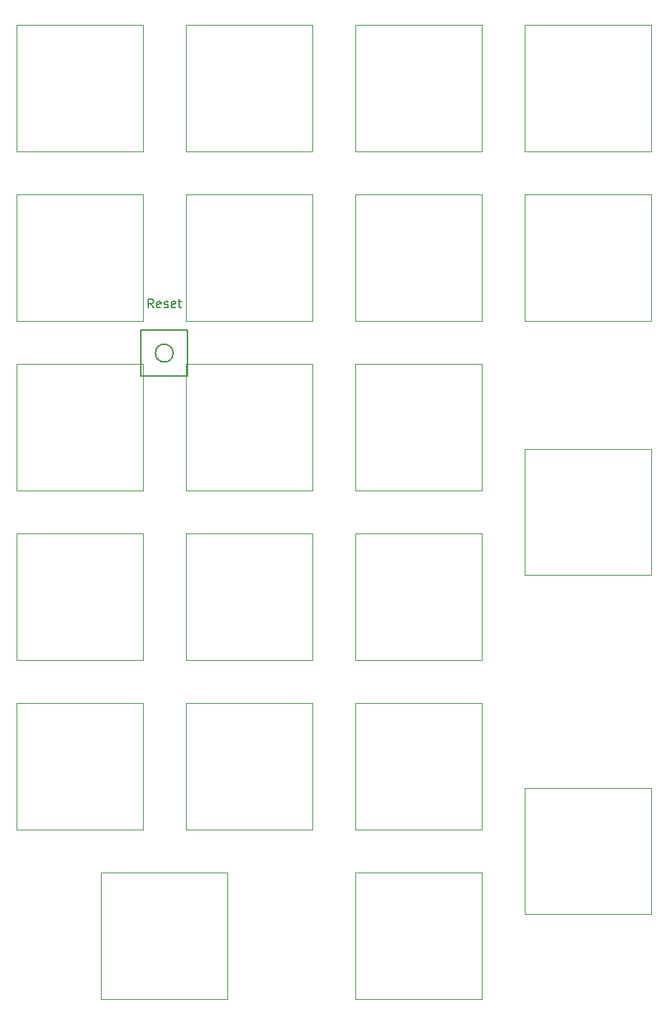
<source format=gbr>
%TF.GenerationSoftware,KiCad,Pcbnew,(5.1.9)-1*%
%TF.CreationDate,2021-06-12T17:38:07+02:00*%
%TF.ProjectId,tfk20-avr,74666b32-302d-4617-9672-2e6b69636164,rev?*%
%TF.SameCoordinates,Original*%
%TF.FileFunction,Legend,Top*%
%TF.FilePolarity,Positive*%
%FSLAX46Y46*%
G04 Gerber Fmt 4.6, Leading zero omitted, Abs format (unit mm)*
G04 Created by KiCad (PCBNEW (5.1.9)-1) date 2021-06-12 17:38:07*
%MOMM*%
%LPD*%
G01*
G04 APERTURE LIST*
%ADD10C,0.120000*%
%ADD11C,0.150000*%
G04 APERTURE END LIST*
D10*
%TO.C,MX10*%
X128631250Y-93618750D02*
X142831250Y-93618750D01*
X128631250Y-79418750D02*
X128631250Y-93618750D01*
X142831250Y-79418750D02*
X128631250Y-79418750D01*
X142831250Y-93618750D02*
X142831250Y-79418750D01*
D11*
%TO.C,SW1*%
X127206250Y-78184375D02*
G75*
G03*
X127206250Y-78184375I-1000000J0D01*
G01*
X128806250Y-80784375D02*
X123606250Y-80784375D01*
X128806250Y-75584375D02*
X128806250Y-80784375D01*
X123606250Y-75584375D02*
X128806250Y-75584375D01*
X123606250Y-80784375D02*
X123606250Y-75584375D01*
D10*
%TO.C,MX21*%
X180931250Y-141243750D02*
X180931250Y-127043750D01*
X166731250Y-141243750D02*
X180931250Y-141243750D01*
X166731250Y-127043750D02*
X166731250Y-141243750D01*
X180931250Y-127043750D02*
X166731250Y-127043750D01*
%TO.C,MX20*%
X147681250Y-150768750D02*
X161881250Y-150768750D01*
X147681250Y-136568750D02*
X147681250Y-150768750D01*
X161881250Y-136568750D02*
X147681250Y-136568750D01*
X161881250Y-150768750D02*
X161881250Y-136568750D01*
%TO.C,MX19*%
X119106250Y-150768750D02*
X133306250Y-150768750D01*
X119106250Y-136568750D02*
X119106250Y-150768750D01*
X133306250Y-136568750D02*
X119106250Y-136568750D01*
X133306250Y-150768750D02*
X133306250Y-136568750D01*
%TO.C,MX18*%
X147681250Y-131718750D02*
X161881250Y-131718750D01*
X147681250Y-117518750D02*
X147681250Y-131718750D01*
X161881250Y-117518750D02*
X147681250Y-117518750D01*
X161881250Y-131718750D02*
X161881250Y-117518750D01*
%TO.C,MX17*%
X128631250Y-131718750D02*
X142831250Y-131718750D01*
X128631250Y-117518750D02*
X128631250Y-131718750D01*
X142831250Y-117518750D02*
X128631250Y-117518750D01*
X142831250Y-131718750D02*
X142831250Y-117518750D01*
%TO.C,MX16*%
X109581250Y-131718750D02*
X123781250Y-131718750D01*
X109581250Y-117518750D02*
X109581250Y-131718750D01*
X123781250Y-117518750D02*
X109581250Y-117518750D01*
X123781250Y-131718750D02*
X123781250Y-117518750D01*
%TO.C,MX15*%
X180931250Y-103143750D02*
X180931250Y-88943750D01*
X166731250Y-103143750D02*
X180931250Y-103143750D01*
X166731250Y-88943750D02*
X166731250Y-103143750D01*
X180931250Y-88943750D02*
X166731250Y-88943750D01*
%TO.C,MX14*%
X147681250Y-112668750D02*
X161881250Y-112668750D01*
X147681250Y-98468750D02*
X147681250Y-112668750D01*
X161881250Y-98468750D02*
X147681250Y-98468750D01*
X161881250Y-112668750D02*
X161881250Y-98468750D01*
%TO.C,MX13*%
X128631250Y-112668750D02*
X142831250Y-112668750D01*
X128631250Y-98468750D02*
X128631250Y-112668750D01*
X142831250Y-98468750D02*
X128631250Y-98468750D01*
X142831250Y-112668750D02*
X142831250Y-98468750D01*
%TO.C,MX12*%
X109581250Y-112668750D02*
X123781250Y-112668750D01*
X109581250Y-98468750D02*
X109581250Y-112668750D01*
X123781250Y-98468750D02*
X109581250Y-98468750D01*
X123781250Y-112668750D02*
X123781250Y-98468750D01*
%TO.C,MX11*%
X147681250Y-93618750D02*
X161881250Y-93618750D01*
X147681250Y-79418750D02*
X147681250Y-93618750D01*
X161881250Y-79418750D02*
X147681250Y-79418750D01*
X161881250Y-93618750D02*
X161881250Y-79418750D01*
%TO.C,MX9*%
X109581250Y-93618750D02*
X123781250Y-93618750D01*
X109581250Y-79418750D02*
X109581250Y-93618750D01*
X123781250Y-79418750D02*
X109581250Y-79418750D01*
X123781250Y-93618750D02*
X123781250Y-79418750D01*
%TO.C,MX8*%
X166731250Y-74568750D02*
X180931250Y-74568750D01*
X166731250Y-60368750D02*
X166731250Y-74568750D01*
X180931250Y-60368750D02*
X166731250Y-60368750D01*
X180931250Y-74568750D02*
X180931250Y-60368750D01*
%TO.C,MX7*%
X147681250Y-74568750D02*
X161881250Y-74568750D01*
X147681250Y-60368750D02*
X147681250Y-74568750D01*
X161881250Y-60368750D02*
X147681250Y-60368750D01*
X161881250Y-74568750D02*
X161881250Y-60368750D01*
%TO.C,MX6*%
X128631250Y-74568750D02*
X142831250Y-74568750D01*
X128631250Y-60368750D02*
X128631250Y-74568750D01*
X142831250Y-60368750D02*
X128631250Y-60368750D01*
X142831250Y-74568750D02*
X142831250Y-60368750D01*
%TO.C,MX5*%
X109581250Y-74568750D02*
X123781250Y-74568750D01*
X109581250Y-60368750D02*
X109581250Y-74568750D01*
X123781250Y-60368750D02*
X109581250Y-60368750D01*
X123781250Y-74568750D02*
X123781250Y-60368750D01*
%TO.C,MX4*%
X166731250Y-55518750D02*
X180931250Y-55518750D01*
X166731250Y-41318750D02*
X166731250Y-55518750D01*
X180931250Y-41318750D02*
X166731250Y-41318750D01*
X180931250Y-55518750D02*
X180931250Y-41318750D01*
%TO.C,MX3*%
X147681250Y-55518750D02*
X161881250Y-55518750D01*
X147681250Y-41318750D02*
X147681250Y-55518750D01*
X161881250Y-41318750D02*
X147681250Y-41318750D01*
X161881250Y-55518750D02*
X161881250Y-41318750D01*
%TO.C,MX2*%
X128631250Y-55518750D02*
X142831250Y-55518750D01*
X128631250Y-41318750D02*
X128631250Y-55518750D01*
X142831250Y-41318750D02*
X128631250Y-41318750D01*
X142831250Y-55518750D02*
X142831250Y-41318750D01*
%TO.C,MX1*%
X109581250Y-55518750D02*
X123781250Y-55518750D01*
X109581250Y-41318750D02*
X109581250Y-55518750D01*
X123781250Y-41318750D02*
X109581250Y-41318750D01*
X123781250Y-55518750D02*
X123781250Y-41318750D01*
%TO.C,SW1*%
D11*
X124968154Y-73080505D02*
X124634821Y-72604315D01*
X124396726Y-73080505D02*
X124396726Y-72080505D01*
X124777678Y-72080505D01*
X124872916Y-72128125D01*
X124920535Y-72175744D01*
X124968154Y-72270982D01*
X124968154Y-72413839D01*
X124920535Y-72509077D01*
X124872916Y-72556696D01*
X124777678Y-72604315D01*
X124396726Y-72604315D01*
X125777678Y-73032886D02*
X125682440Y-73080505D01*
X125491964Y-73080505D01*
X125396726Y-73032886D01*
X125349107Y-72937648D01*
X125349107Y-72556696D01*
X125396726Y-72461458D01*
X125491964Y-72413839D01*
X125682440Y-72413839D01*
X125777678Y-72461458D01*
X125825297Y-72556696D01*
X125825297Y-72651934D01*
X125349107Y-72747172D01*
X126206250Y-73032886D02*
X126301488Y-73080505D01*
X126491964Y-73080505D01*
X126587202Y-73032886D01*
X126634821Y-72937648D01*
X126634821Y-72890029D01*
X126587202Y-72794791D01*
X126491964Y-72747172D01*
X126349107Y-72747172D01*
X126253869Y-72699553D01*
X126206250Y-72604315D01*
X126206250Y-72556696D01*
X126253869Y-72461458D01*
X126349107Y-72413839D01*
X126491964Y-72413839D01*
X126587202Y-72461458D01*
X127444345Y-73032886D02*
X127349107Y-73080505D01*
X127158630Y-73080505D01*
X127063392Y-73032886D01*
X127015773Y-72937648D01*
X127015773Y-72556696D01*
X127063392Y-72461458D01*
X127158630Y-72413839D01*
X127349107Y-72413839D01*
X127444345Y-72461458D01*
X127491964Y-72556696D01*
X127491964Y-72651934D01*
X127015773Y-72747172D01*
X127777678Y-72413839D02*
X128158630Y-72413839D01*
X127920535Y-72080505D02*
X127920535Y-72937648D01*
X127968154Y-73032886D01*
X128063392Y-73080505D01*
X128158630Y-73080505D01*
%TD*%
M02*

</source>
